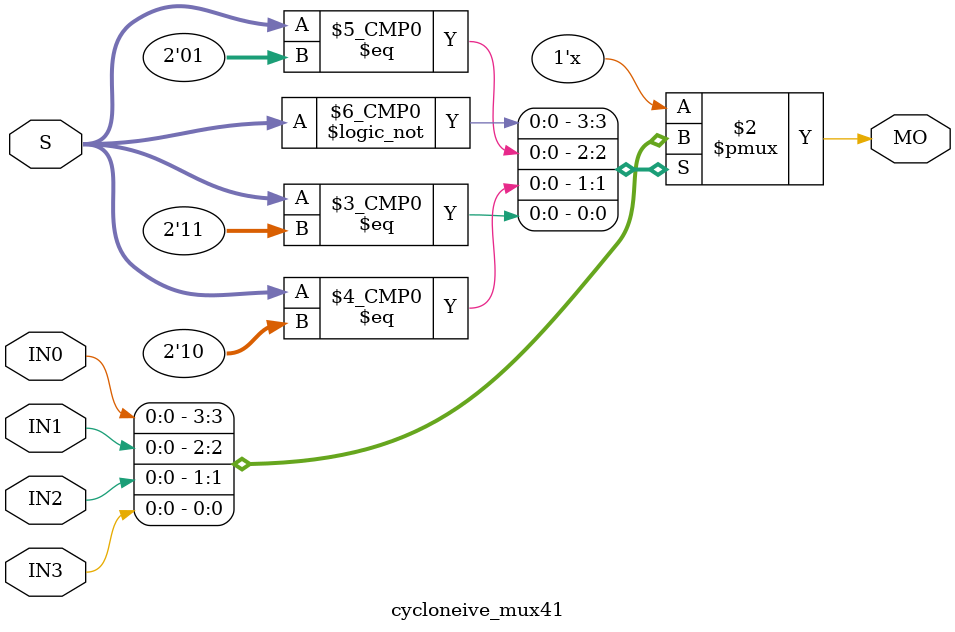
<source format=v>
module cycloneive_mux41 (MO, IN0, IN1, IN2, IN3, S);
   input IN0;
   input IN1;
   input IN2;
   input IN3;
   input [1:0] S;
   output reg MO;

   always @(*)
     case(S)
       2'b00: MO = IN0;
       2'b01: MO = IN1;
       2'b10: MO = IN2;
       2'b11: MO = IN3;
     endcase
endmodule
</source>
